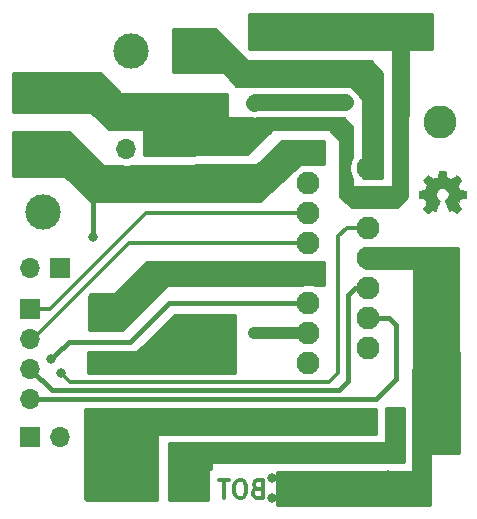
<source format=gbr>
G04 #@! TF.GenerationSoftware,KiCad,Pcbnew,5.1.5-52549c5~86~ubuntu16.04.1*
G04 #@! TF.CreationDate,2020-07-28T14:01:40+05:30*
G04 #@! TF.ProjectId,L298N_Motor_Driver_V1.0,4c323938-4e5f-44d6-9f74-6f725f447269,V1.0*
G04 #@! TF.SameCoordinates,Original*
G04 #@! TF.FileFunction,Copper,L2,Bot*
G04 #@! TF.FilePolarity,Positive*
%FSLAX46Y46*%
G04 Gerber Fmt 4.6, Leading zero omitted, Abs format (unit mm)*
G04 Created by KiCad (PCBNEW 5.1.5-52549c5~86~ubuntu16.04.1) date 2020-07-28 14:01:40*
%MOMM*%
%LPD*%
G04 APERTURE LIST*
%ADD10C,0.300000*%
%ADD11C,0.002540*%
%ADD12C,1.950000*%
%ADD13C,2.800000*%
%ADD14C,3.000000*%
%ADD15R,3.000000X3.000000*%
%ADD16O,1.700000X1.700000*%
%ADD17R,1.700000X1.700000*%
%ADD18C,0.800000*%
%ADD19C,0.400000*%
%ADD20C,1.400000*%
%ADD21C,1.000000*%
%ADD22C,0.900000*%
%ADD23C,0.254000*%
G04 APERTURE END LIST*
D10*
X140772200Y-111830657D02*
X140557914Y-111902085D01*
X140486485Y-111973514D01*
X140415057Y-112116371D01*
X140415057Y-112330657D01*
X140486485Y-112473514D01*
X140557914Y-112544942D01*
X140700771Y-112616371D01*
X141272200Y-112616371D01*
X141272200Y-111116371D01*
X140772200Y-111116371D01*
X140629342Y-111187800D01*
X140557914Y-111259228D01*
X140486485Y-111402085D01*
X140486485Y-111544942D01*
X140557914Y-111687800D01*
X140629342Y-111759228D01*
X140772200Y-111830657D01*
X141272200Y-111830657D01*
X139486485Y-111116371D02*
X139200771Y-111116371D01*
X139057914Y-111187800D01*
X138915057Y-111330657D01*
X138843628Y-111616371D01*
X138843628Y-112116371D01*
X138915057Y-112402085D01*
X139057914Y-112544942D01*
X139200771Y-112616371D01*
X139486485Y-112616371D01*
X139629342Y-112544942D01*
X139772200Y-112402085D01*
X139843628Y-112116371D01*
X139843628Y-111616371D01*
X139772200Y-111330657D01*
X139629342Y-111187800D01*
X139486485Y-111116371D01*
X138415057Y-111116371D02*
X137557914Y-111116371D01*
X137986485Y-112616371D02*
X137986485Y-111116371D01*
D11*
G36*
X155227020Y-88511380D02*
G01*
X155247340Y-88501220D01*
X155295600Y-88470740D01*
X155361640Y-88427560D01*
X155440380Y-88374220D01*
X155519120Y-88320880D01*
X155585160Y-88277700D01*
X155630880Y-88247220D01*
X155648660Y-88237060D01*
X155658820Y-88239600D01*
X155696920Y-88259920D01*
X155752800Y-88287860D01*
X155783280Y-88303100D01*
X155834080Y-88325960D01*
X155859480Y-88331040D01*
X155862020Y-88323420D01*
X155882340Y-88285320D01*
X155910280Y-88219280D01*
X155948380Y-88132920D01*
X155991560Y-88031320D01*
X156037280Y-87922100D01*
X156083000Y-87810340D01*
X156128720Y-87703660D01*
X156166820Y-87607140D01*
X156199840Y-87530940D01*
X156220160Y-87475060D01*
X156227780Y-87452200D01*
X156225240Y-87447120D01*
X156199840Y-87424260D01*
X156156660Y-87391240D01*
X156060140Y-87312500D01*
X155968700Y-87195660D01*
X155910280Y-87063580D01*
X155892500Y-86916260D01*
X155907740Y-86781640D01*
X155961080Y-86652100D01*
X156052520Y-86532720D01*
X156164280Y-86446360D01*
X156293820Y-86390480D01*
X156438600Y-86372700D01*
X156578300Y-86387940D01*
X156710380Y-86441280D01*
X156829760Y-86530180D01*
X156878020Y-86588600D01*
X156946600Y-86707980D01*
X156987240Y-86834980D01*
X156989780Y-86865460D01*
X156984700Y-87007700D01*
X156944060Y-87142320D01*
X156870400Y-87261700D01*
X156766260Y-87360760D01*
X156753560Y-87370920D01*
X156705300Y-87406480D01*
X156674820Y-87429340D01*
X156649420Y-87449660D01*
X156827220Y-87881460D01*
X156855160Y-87950040D01*
X156905960Y-88066880D01*
X156949140Y-88168480D01*
X156982160Y-88249760D01*
X157007560Y-88303100D01*
X157017720Y-88325960D01*
X157032960Y-88328500D01*
X157065980Y-88315800D01*
X157126940Y-88287860D01*
X157167580Y-88267540D01*
X157213300Y-88244680D01*
X157233620Y-88237060D01*
X157251400Y-88247220D01*
X157294580Y-88275160D01*
X157358080Y-88318340D01*
X157434280Y-88369140D01*
X157507940Y-88419940D01*
X157576520Y-88465660D01*
X157624780Y-88496140D01*
X157650180Y-88508840D01*
X157652720Y-88508840D01*
X157673040Y-88496140D01*
X157713680Y-88465660D01*
X157772100Y-88409780D01*
X157853380Y-88328500D01*
X157866080Y-88315800D01*
X157934660Y-88244680D01*
X157990540Y-88186260D01*
X158028640Y-88145620D01*
X158041340Y-88127840D01*
X158028640Y-88102440D01*
X157998160Y-88054180D01*
X157952440Y-87985600D01*
X157899100Y-87906860D01*
X157756860Y-87698580D01*
X157835600Y-87503000D01*
X157858460Y-87444580D01*
X157888940Y-87370920D01*
X157911800Y-87320120D01*
X157924500Y-87297260D01*
X157944820Y-87289640D01*
X157998160Y-87276940D01*
X158076900Y-87259160D01*
X158168340Y-87243920D01*
X158257240Y-87226140D01*
X158335980Y-87210900D01*
X158394400Y-87200740D01*
X158419800Y-87195660D01*
X158424880Y-87190580D01*
X158429960Y-87177880D01*
X158435040Y-87152480D01*
X158435040Y-87104220D01*
X158437580Y-87028020D01*
X158437580Y-86916260D01*
X158437580Y-86906100D01*
X158435040Y-86799420D01*
X158435040Y-86715600D01*
X158432500Y-86662260D01*
X158427420Y-86641940D01*
X158402020Y-86634320D01*
X158346140Y-86624160D01*
X158267400Y-86606380D01*
X158170880Y-86588600D01*
X158165800Y-86588600D01*
X158071820Y-86570820D01*
X157993080Y-86553040D01*
X157937200Y-86540340D01*
X157914340Y-86532720D01*
X157909260Y-86527640D01*
X157888940Y-86489540D01*
X157861000Y-86431120D01*
X157830520Y-86360000D01*
X157800040Y-86286340D01*
X157772100Y-86217760D01*
X157754320Y-86169500D01*
X157749240Y-86146640D01*
X157764480Y-86123780D01*
X157797500Y-86072980D01*
X157843220Y-86006940D01*
X157899100Y-85925660D01*
X157901640Y-85918040D01*
X157957520Y-85839300D01*
X158000700Y-85770720D01*
X158031180Y-85722460D01*
X158041340Y-85702140D01*
X158041340Y-85699600D01*
X158023560Y-85676740D01*
X157982920Y-85631020D01*
X157924500Y-85570060D01*
X157853380Y-85498940D01*
X157830520Y-85478620D01*
X157754320Y-85402420D01*
X157700980Y-85351620D01*
X157665420Y-85326220D01*
X157650180Y-85318600D01*
X157650180Y-85321140D01*
X157624780Y-85333840D01*
X157573980Y-85366860D01*
X157505400Y-85415120D01*
X157424120Y-85468460D01*
X157419040Y-85473540D01*
X157340300Y-85526880D01*
X157274260Y-85572600D01*
X157226000Y-85603080D01*
X157205680Y-85615780D01*
X157200600Y-85615780D01*
X157170120Y-85605620D01*
X157111700Y-85587840D01*
X157043120Y-85559900D01*
X156969460Y-85529420D01*
X156900880Y-85501480D01*
X156850080Y-85478620D01*
X156827220Y-85465920D01*
X156827220Y-85463380D01*
X156817060Y-85435440D01*
X156804360Y-85374480D01*
X156786580Y-85293200D01*
X156768800Y-85194140D01*
X156766260Y-85178900D01*
X156748480Y-85084920D01*
X156733240Y-85006180D01*
X156720540Y-84950300D01*
X156715460Y-84927440D01*
X156702760Y-84924900D01*
X156654500Y-84922360D01*
X156583380Y-84919820D01*
X156497020Y-84919820D01*
X156408120Y-84919820D01*
X156321760Y-84922360D01*
X156245560Y-84924900D01*
X156192220Y-84927440D01*
X156169360Y-84932520D01*
X156166820Y-84935060D01*
X156159200Y-84963000D01*
X156146500Y-85023960D01*
X156128720Y-85105240D01*
X156110940Y-85204300D01*
X156108400Y-85222080D01*
X156090620Y-85316060D01*
X156072840Y-85394800D01*
X156062680Y-85448140D01*
X156055060Y-85468460D01*
X156047440Y-85473540D01*
X156009340Y-85491320D01*
X155945840Y-85516720D01*
X155864560Y-85549740D01*
X155681680Y-85623400D01*
X155458160Y-85468460D01*
X155437840Y-85455760D01*
X155356560Y-85399880D01*
X155290520Y-85356700D01*
X155244800Y-85326220D01*
X155224480Y-85316060D01*
X155201620Y-85336380D01*
X155155900Y-85377020D01*
X155094940Y-85437980D01*
X155026360Y-85506560D01*
X154973020Y-85559900D01*
X154912060Y-85623400D01*
X154871420Y-85664040D01*
X154851100Y-85691980D01*
X154843480Y-85709760D01*
X154846020Y-85719920D01*
X154858720Y-85742780D01*
X154891740Y-85791040D01*
X154937460Y-85859620D01*
X154993340Y-85938360D01*
X155039060Y-86006940D01*
X155087320Y-86080600D01*
X155117800Y-86133940D01*
X155130500Y-86161880D01*
X155127960Y-86172040D01*
X155110180Y-86215220D01*
X155084780Y-86283800D01*
X155051760Y-86362540D01*
X154973020Y-86540340D01*
X154856180Y-86560660D01*
X154785060Y-86575900D01*
X154686000Y-86593680D01*
X154592020Y-86611460D01*
X154444700Y-86641940D01*
X154439620Y-87180420D01*
X154462480Y-87190580D01*
X154485340Y-87198200D01*
X154538680Y-87208360D01*
X154617420Y-87223600D01*
X154708860Y-87241380D01*
X154787600Y-87256620D01*
X154866340Y-87271860D01*
X154922220Y-87282020D01*
X154947620Y-87287100D01*
X154955240Y-87297260D01*
X154975560Y-87335360D01*
X155003500Y-87396320D01*
X155033980Y-87469980D01*
X155064460Y-87543640D01*
X155092400Y-87614760D01*
X155112720Y-87668100D01*
X155120340Y-87696040D01*
X155110180Y-87716360D01*
X155079700Y-87762080D01*
X155036520Y-87828120D01*
X154983180Y-87906860D01*
X154927300Y-87985600D01*
X154884120Y-88054180D01*
X154851100Y-88102440D01*
X154838400Y-88122760D01*
X154846020Y-88138000D01*
X154876500Y-88176100D01*
X154934920Y-88237060D01*
X155023820Y-88325960D01*
X155039060Y-88338660D01*
X155107640Y-88407240D01*
X155168600Y-88460580D01*
X155209240Y-88498680D01*
X155227020Y-88511380D01*
G37*
X155227020Y-88511380D02*
X155247340Y-88501220D01*
X155295600Y-88470740D01*
X155361640Y-88427560D01*
X155440380Y-88374220D01*
X155519120Y-88320880D01*
X155585160Y-88277700D01*
X155630880Y-88247220D01*
X155648660Y-88237060D01*
X155658820Y-88239600D01*
X155696920Y-88259920D01*
X155752800Y-88287860D01*
X155783280Y-88303100D01*
X155834080Y-88325960D01*
X155859480Y-88331040D01*
X155862020Y-88323420D01*
X155882340Y-88285320D01*
X155910280Y-88219280D01*
X155948380Y-88132920D01*
X155991560Y-88031320D01*
X156037280Y-87922100D01*
X156083000Y-87810340D01*
X156128720Y-87703660D01*
X156166820Y-87607140D01*
X156199840Y-87530940D01*
X156220160Y-87475060D01*
X156227780Y-87452200D01*
X156225240Y-87447120D01*
X156199840Y-87424260D01*
X156156660Y-87391240D01*
X156060140Y-87312500D01*
X155968700Y-87195660D01*
X155910280Y-87063580D01*
X155892500Y-86916260D01*
X155907740Y-86781640D01*
X155961080Y-86652100D01*
X156052520Y-86532720D01*
X156164280Y-86446360D01*
X156293820Y-86390480D01*
X156438600Y-86372700D01*
X156578300Y-86387940D01*
X156710380Y-86441280D01*
X156829760Y-86530180D01*
X156878020Y-86588600D01*
X156946600Y-86707980D01*
X156987240Y-86834980D01*
X156989780Y-86865460D01*
X156984700Y-87007700D01*
X156944060Y-87142320D01*
X156870400Y-87261700D01*
X156766260Y-87360760D01*
X156753560Y-87370920D01*
X156705300Y-87406480D01*
X156674820Y-87429340D01*
X156649420Y-87449660D01*
X156827220Y-87881460D01*
X156855160Y-87950040D01*
X156905960Y-88066880D01*
X156949140Y-88168480D01*
X156982160Y-88249760D01*
X157007560Y-88303100D01*
X157017720Y-88325960D01*
X157032960Y-88328500D01*
X157065980Y-88315800D01*
X157126940Y-88287860D01*
X157167580Y-88267540D01*
X157213300Y-88244680D01*
X157233620Y-88237060D01*
X157251400Y-88247220D01*
X157294580Y-88275160D01*
X157358080Y-88318340D01*
X157434280Y-88369140D01*
X157507940Y-88419940D01*
X157576520Y-88465660D01*
X157624780Y-88496140D01*
X157650180Y-88508840D01*
X157652720Y-88508840D01*
X157673040Y-88496140D01*
X157713680Y-88465660D01*
X157772100Y-88409780D01*
X157853380Y-88328500D01*
X157866080Y-88315800D01*
X157934660Y-88244680D01*
X157990540Y-88186260D01*
X158028640Y-88145620D01*
X158041340Y-88127840D01*
X158028640Y-88102440D01*
X157998160Y-88054180D01*
X157952440Y-87985600D01*
X157899100Y-87906860D01*
X157756860Y-87698580D01*
X157835600Y-87503000D01*
X157858460Y-87444580D01*
X157888940Y-87370920D01*
X157911800Y-87320120D01*
X157924500Y-87297260D01*
X157944820Y-87289640D01*
X157998160Y-87276940D01*
X158076900Y-87259160D01*
X158168340Y-87243920D01*
X158257240Y-87226140D01*
X158335980Y-87210900D01*
X158394400Y-87200740D01*
X158419800Y-87195660D01*
X158424880Y-87190580D01*
X158429960Y-87177880D01*
X158435040Y-87152480D01*
X158435040Y-87104220D01*
X158437580Y-87028020D01*
X158437580Y-86916260D01*
X158437580Y-86906100D01*
X158435040Y-86799420D01*
X158435040Y-86715600D01*
X158432500Y-86662260D01*
X158427420Y-86641940D01*
X158402020Y-86634320D01*
X158346140Y-86624160D01*
X158267400Y-86606380D01*
X158170880Y-86588600D01*
X158165800Y-86588600D01*
X158071820Y-86570820D01*
X157993080Y-86553040D01*
X157937200Y-86540340D01*
X157914340Y-86532720D01*
X157909260Y-86527640D01*
X157888940Y-86489540D01*
X157861000Y-86431120D01*
X157830520Y-86360000D01*
X157800040Y-86286340D01*
X157772100Y-86217760D01*
X157754320Y-86169500D01*
X157749240Y-86146640D01*
X157764480Y-86123780D01*
X157797500Y-86072980D01*
X157843220Y-86006940D01*
X157899100Y-85925660D01*
X157901640Y-85918040D01*
X157957520Y-85839300D01*
X158000700Y-85770720D01*
X158031180Y-85722460D01*
X158041340Y-85702140D01*
X158041340Y-85699600D01*
X158023560Y-85676740D01*
X157982920Y-85631020D01*
X157924500Y-85570060D01*
X157853380Y-85498940D01*
X157830520Y-85478620D01*
X157754320Y-85402420D01*
X157700980Y-85351620D01*
X157665420Y-85326220D01*
X157650180Y-85318600D01*
X157650180Y-85321140D01*
X157624780Y-85333840D01*
X157573980Y-85366860D01*
X157505400Y-85415120D01*
X157424120Y-85468460D01*
X157419040Y-85473540D01*
X157340300Y-85526880D01*
X157274260Y-85572600D01*
X157226000Y-85603080D01*
X157205680Y-85615780D01*
X157200600Y-85615780D01*
X157170120Y-85605620D01*
X157111700Y-85587840D01*
X157043120Y-85559900D01*
X156969460Y-85529420D01*
X156900880Y-85501480D01*
X156850080Y-85478620D01*
X156827220Y-85465920D01*
X156827220Y-85463380D01*
X156817060Y-85435440D01*
X156804360Y-85374480D01*
X156786580Y-85293200D01*
X156768800Y-85194140D01*
X156766260Y-85178900D01*
X156748480Y-85084920D01*
X156733240Y-85006180D01*
X156720540Y-84950300D01*
X156715460Y-84927440D01*
X156702760Y-84924900D01*
X156654500Y-84922360D01*
X156583380Y-84919820D01*
X156497020Y-84919820D01*
X156408120Y-84919820D01*
X156321760Y-84922360D01*
X156245560Y-84924900D01*
X156192220Y-84927440D01*
X156169360Y-84932520D01*
X156166820Y-84935060D01*
X156159200Y-84963000D01*
X156146500Y-85023960D01*
X156128720Y-85105240D01*
X156110940Y-85204300D01*
X156108400Y-85222080D01*
X156090620Y-85316060D01*
X156072840Y-85394800D01*
X156062680Y-85448140D01*
X156055060Y-85468460D01*
X156047440Y-85473540D01*
X156009340Y-85491320D01*
X155945840Y-85516720D01*
X155864560Y-85549740D01*
X155681680Y-85623400D01*
X155458160Y-85468460D01*
X155437840Y-85455760D01*
X155356560Y-85399880D01*
X155290520Y-85356700D01*
X155244800Y-85326220D01*
X155224480Y-85316060D01*
X155201620Y-85336380D01*
X155155900Y-85377020D01*
X155094940Y-85437980D01*
X155026360Y-85506560D01*
X154973020Y-85559900D01*
X154912060Y-85623400D01*
X154871420Y-85664040D01*
X154851100Y-85691980D01*
X154843480Y-85709760D01*
X154846020Y-85719920D01*
X154858720Y-85742780D01*
X154891740Y-85791040D01*
X154937460Y-85859620D01*
X154993340Y-85938360D01*
X155039060Y-86006940D01*
X155087320Y-86080600D01*
X155117800Y-86133940D01*
X155130500Y-86161880D01*
X155127960Y-86172040D01*
X155110180Y-86215220D01*
X155084780Y-86283800D01*
X155051760Y-86362540D01*
X154973020Y-86540340D01*
X154856180Y-86560660D01*
X154785060Y-86575900D01*
X154686000Y-86593680D01*
X154592020Y-86611460D01*
X154444700Y-86641940D01*
X154439620Y-87180420D01*
X154462480Y-87190580D01*
X154485340Y-87198200D01*
X154538680Y-87208360D01*
X154617420Y-87223600D01*
X154708860Y-87241380D01*
X154787600Y-87256620D01*
X154866340Y-87271860D01*
X154922220Y-87282020D01*
X154947620Y-87287100D01*
X154955240Y-87297260D01*
X154975560Y-87335360D01*
X155003500Y-87396320D01*
X155033980Y-87469980D01*
X155064460Y-87543640D01*
X155092400Y-87614760D01*
X155112720Y-87668100D01*
X155120340Y-87696040D01*
X155110180Y-87716360D01*
X155079700Y-87762080D01*
X155036520Y-87828120D01*
X154983180Y-87906860D01*
X154927300Y-87985600D01*
X154884120Y-88054180D01*
X154851100Y-88102440D01*
X154838400Y-88122760D01*
X154846020Y-88138000D01*
X154876500Y-88176100D01*
X154934920Y-88237060D01*
X155023820Y-88325960D01*
X155039060Y-88338660D01*
X155107640Y-88407240D01*
X155168600Y-88460580D01*
X155209240Y-88498680D01*
X155227020Y-88511380D01*
D12*
X145084800Y-101168200D03*
X150164800Y-99898200D03*
X145084800Y-98628200D03*
X150164800Y-97358200D03*
X145084800Y-96088200D03*
X150164800Y-94818200D03*
X145084800Y-93548200D03*
X150164800Y-92278200D03*
X145084800Y-91008200D03*
X150164800Y-89738200D03*
X145084800Y-88468200D03*
X150164800Y-87198200D03*
X145084800Y-85928200D03*
X150164800Y-84658200D03*
X145084800Y-83388200D03*
D13*
X156231600Y-80803600D03*
X156231600Y-103803600D03*
D14*
X130124200Y-74777600D03*
D15*
X135204200Y-74777600D03*
D16*
X129692400Y-83083400D03*
D17*
X129692400Y-80543400D03*
D14*
X122656600Y-88442800D03*
X122656600Y-83362800D03*
D15*
X122656600Y-78282800D03*
D16*
X124104400Y-107492800D03*
D17*
X121564400Y-107492800D03*
D14*
X135026400Y-109982000D03*
D15*
X129946400Y-109982000D03*
D16*
X121564400Y-93192600D03*
D17*
X124104400Y-93192600D03*
D16*
X121539000Y-104216200D03*
X121539000Y-101676200D03*
X121539000Y-99136200D03*
D17*
X121539000Y-96596200D03*
D18*
X126898400Y-101193600D03*
X138125200Y-100304600D03*
X136652000Y-100330000D03*
X135026400Y-100330000D03*
X133654800Y-100304600D03*
X138150600Y-98958400D03*
X136601200Y-98907600D03*
X135051800Y-98933000D03*
X133654800Y-98933000D03*
X135991600Y-86537800D03*
X135153400Y-86588600D03*
X136042400Y-85648800D03*
X135153400Y-85674200D03*
X152120600Y-112826800D03*
X153289000Y-112801400D03*
X153339800Y-110744000D03*
X151866600Y-110667800D03*
X148691600Y-112776000D03*
X150190200Y-112826800D03*
X149987000Y-110744000D03*
X148742400Y-110820200D03*
X145719800Y-112826800D03*
X146710400Y-112725200D03*
X146862800Y-110794800D03*
X145745200Y-110769400D03*
X143154400Y-110820200D03*
X142062200Y-110896400D03*
X143230600Y-112725200D03*
X142062200Y-112623600D03*
X126847600Y-90500200D03*
X128219200Y-101193600D03*
X129667000Y-101193600D03*
X131445000Y-101117400D03*
X132461000Y-99847400D03*
X132029200Y-85826600D03*
X133375400Y-85852000D03*
X132029200Y-87147400D03*
X133375400Y-87147400D03*
X124180600Y-102082600D03*
X126873000Y-98018600D03*
X127228600Y-96494600D03*
X126847600Y-97155000D03*
X127660400Y-98044000D03*
X127635000Y-97155000D03*
X152476200Y-108635800D03*
X152434800Y-107635800D03*
X152425400Y-106705400D03*
X149809200Y-106857800D03*
X148844000Y-106883200D03*
X140538198Y-79171800D03*
X148209000Y-79121000D03*
X140538200Y-105689400D03*
X140538200Y-98628200D03*
X148844000Y-105943400D03*
X149783800Y-105968800D03*
X140563600Y-106756200D03*
X123329370Y-100876190D03*
X136144000Y-82880200D03*
X135204200Y-82880200D03*
X136144000Y-82067400D03*
X135229600Y-82067400D03*
X136118600Y-81229200D03*
X136118600Y-80365600D03*
X135204200Y-81178400D03*
X151434800Y-74091800D03*
X152857200Y-73964800D03*
X152730200Y-72161400D03*
X151460200Y-72136000D03*
X149428200Y-73990200D03*
X148234400Y-73939400D03*
X149402800Y-72110600D03*
X148234400Y-72161400D03*
X144983200Y-73990200D03*
X146151600Y-73939400D03*
X146151600Y-72136000D03*
X144983200Y-72136000D03*
X141681200Y-74041000D03*
X142925800Y-73990200D03*
X142951200Y-72059800D03*
X141630400Y-72085200D03*
X135255000Y-80340200D03*
D19*
X126847600Y-90500200D02*
X126847600Y-85826600D01*
X125755400Y-85826600D02*
X123291600Y-83362800D01*
X126847600Y-85826600D02*
X125755400Y-85826600D01*
X121539000Y-104216200D02*
X150850600Y-104216200D01*
X151899258Y-97361400D02*
X152527000Y-97989142D01*
X150520400Y-97361400D02*
X151899258Y-97361400D01*
X152527000Y-102539800D02*
X150850600Y-104216200D01*
X152527000Y-97989142D02*
X152527000Y-102539800D01*
X149069400Y-94821400D02*
X150520400Y-94821400D01*
X148488400Y-95402400D02*
X149069400Y-94821400D01*
X148488400Y-102743000D02*
X148488400Y-95402400D01*
X147726400Y-103505000D02*
X148488400Y-102743000D01*
X123367800Y-103505000D02*
X147726400Y-103505000D01*
X121539000Y-101676200D02*
X123367800Y-103505000D01*
D10*
X144061542Y-91011400D02*
X145440400Y-91011400D01*
X129943200Y-91011400D02*
X144061542Y-91011400D01*
X121818400Y-99136200D02*
X129943200Y-91011400D01*
X121539000Y-99136200D02*
X121818400Y-99136200D01*
X144061542Y-88471400D02*
X145440400Y-88471400D01*
X131365600Y-88471400D02*
X144061542Y-88471400D01*
X123240800Y-96596200D02*
X131365600Y-88471400D01*
X121539000Y-96596200D02*
X123240800Y-96596200D01*
X124180600Y-102082600D02*
X124891800Y-102793800D01*
X124891800Y-102793800D02*
X146862800Y-102793800D01*
X146862800Y-102793800D02*
X147650200Y-102006400D01*
X147650200Y-102006400D02*
X147650200Y-90449400D01*
X148358200Y-89741400D02*
X150520400Y-89741400D01*
X147650200Y-90449400D02*
X148358200Y-89741400D01*
D20*
X148209000Y-79121000D02*
X140588998Y-79121000D01*
X140588998Y-79121000D02*
X140538198Y-79171800D01*
D21*
X145437200Y-98628200D02*
X145440400Y-98631400D01*
X140538200Y-98628200D02*
X145437200Y-98628200D01*
D19*
X123729369Y-100476191D02*
X123329370Y-100876190D01*
X124815360Y-99390200D02*
X123729369Y-100476191D01*
X129971800Y-99390200D02*
X124815360Y-99390200D01*
X133270600Y-96091400D02*
X129971800Y-99390200D01*
X145440400Y-96091400D02*
X133270600Y-96091400D01*
D22*
X150520400Y-87201400D02*
X151965000Y-87201400D01*
X152857200Y-86309200D02*
X152857200Y-73964800D01*
X151965000Y-87201400D02*
X152857200Y-86309200D01*
D23*
G36*
X155600400Y-74599800D02*
G01*
X140081000Y-74599800D01*
X140081000Y-71653400D01*
X155600400Y-71653400D01*
X155600400Y-74599800D01*
G37*
X155600400Y-74599800D02*
X140081000Y-74599800D01*
X140081000Y-71653400D01*
X155600400Y-71653400D01*
X155600400Y-74599800D01*
G36*
X157835417Y-108839000D02*
G01*
X155575000Y-108839000D01*
X155550224Y-108841440D01*
X155526399Y-108848667D01*
X155504443Y-108860403D01*
X155485197Y-108876197D01*
X155469403Y-108895443D01*
X155457667Y-108917399D01*
X155450440Y-108941224D01*
X155448000Y-108966000D01*
X155448000Y-113231400D01*
X142414343Y-113231400D01*
X142414343Y-110413800D01*
X153873200Y-110413800D01*
X153897976Y-110411360D01*
X153921801Y-110404133D01*
X153943757Y-110392397D01*
X153963003Y-110376603D01*
X153978797Y-110357357D01*
X153990533Y-110335401D01*
X153997760Y-110311576D01*
X154000200Y-110286989D01*
X154025600Y-93243589D01*
X154023197Y-93218809D01*
X154016005Y-93194974D01*
X154004302Y-93173000D01*
X153988536Y-93153731D01*
X153969315Y-93137909D01*
X153947376Y-93126140D01*
X153923562Y-93118877D01*
X153898600Y-93116400D01*
X149885400Y-93116400D01*
X149885400Y-91465400D01*
X157810383Y-91465400D01*
X157835417Y-108839000D01*
G37*
X157835417Y-108839000D02*
X155575000Y-108839000D01*
X155550224Y-108841440D01*
X155526399Y-108848667D01*
X155504443Y-108860403D01*
X155485197Y-108876197D01*
X155469403Y-108895443D01*
X155457667Y-108917399D01*
X155450440Y-108941224D01*
X155448000Y-108966000D01*
X155448000Y-113231400D01*
X142414343Y-113231400D01*
X142414343Y-110413800D01*
X153873200Y-110413800D01*
X153897976Y-110411360D01*
X153921801Y-110404133D01*
X153943757Y-110392397D01*
X153963003Y-110376603D01*
X153978797Y-110357357D01*
X153990533Y-110335401D01*
X153997760Y-110311576D01*
X154000200Y-110286989D01*
X154025600Y-93243589D01*
X154023197Y-93218809D01*
X154016005Y-93194974D01*
X154004302Y-93173000D01*
X153988536Y-93153731D01*
X153969315Y-93137909D01*
X153947376Y-93126140D01*
X153923562Y-93118877D01*
X153898600Y-93116400D01*
X149885400Y-93116400D01*
X149885400Y-91465400D01*
X157810383Y-91465400D01*
X157835417Y-108839000D01*
G36*
X153189104Y-107975321D02*
G01*
X153211070Y-109600799D01*
X137007798Y-109575600D01*
X136983017Y-109578002D01*
X136959182Y-109585192D01*
X136937207Y-109596894D01*
X136917937Y-109612658D01*
X136902113Y-109631878D01*
X136890343Y-109653817D01*
X136883079Y-109677630D01*
X136880604Y-109703604D01*
X136884114Y-110147800D01*
X136630057Y-110147800D01*
X136630057Y-112791020D01*
X133350000Y-112801013D01*
X133350000Y-107962780D01*
X153189104Y-107975321D01*
G37*
X153189104Y-107975321D02*
X153211070Y-109600799D01*
X137007798Y-109575600D01*
X136983017Y-109578002D01*
X136959182Y-109585192D01*
X136937207Y-109596894D01*
X136917937Y-109612658D01*
X136902113Y-109631878D01*
X136890343Y-109653817D01*
X136883079Y-109677630D01*
X136880604Y-109703604D01*
X136884114Y-110147800D01*
X136630057Y-110147800D01*
X136630057Y-112791020D01*
X133350000Y-112801013D01*
X133350000Y-107962780D01*
X153189104Y-107975321D01*
G36*
X150825200Y-105052738D02*
G01*
X150825200Y-107238657D01*
X132461143Y-107217995D01*
X132436364Y-107220407D01*
X132412531Y-107227608D01*
X132390561Y-107239319D01*
X132371299Y-107255091D01*
X132355483Y-107274319D01*
X132343722Y-107296262D01*
X132336468Y-107320078D01*
X132334000Y-107344995D01*
X132334000Y-112797406D01*
X126263400Y-112826196D01*
X126263400Y-112776000D01*
X126260960Y-112751224D01*
X126253733Y-112727399D01*
X126241997Y-112705443D01*
X126238000Y-112700572D01*
X126238000Y-105051200D01*
X150809582Y-105051200D01*
X150825200Y-105052738D01*
G37*
X150825200Y-105052738D02*
X150825200Y-107238657D01*
X132461143Y-107217995D01*
X132436364Y-107220407D01*
X132412531Y-107227608D01*
X132390561Y-107239319D01*
X132371299Y-107255091D01*
X132355483Y-107274319D01*
X132343722Y-107296262D01*
X132336468Y-107320078D01*
X132334000Y-107344995D01*
X132334000Y-112797406D01*
X126263400Y-112826196D01*
X126263400Y-112776000D01*
X126260960Y-112751224D01*
X126253733Y-112727399D01*
X126241997Y-112705443D01*
X126238000Y-112700572D01*
X126238000Y-105051200D01*
X150809582Y-105051200D01*
X150825200Y-105052738D01*
G36*
X153497705Y-87102155D02*
G01*
X152597376Y-87976760D01*
X148836795Y-87960388D01*
X147802600Y-87161238D01*
X147802600Y-81534000D01*
X147800160Y-81509224D01*
X147792933Y-81485399D01*
X147781197Y-81463443D01*
X147765403Y-81444197D01*
X147746157Y-81428403D01*
X147724201Y-81416667D01*
X147700376Y-81409440D01*
X147675600Y-81407000D01*
X128195606Y-81407000D01*
X126810403Y-80021797D01*
X126791157Y-80006003D01*
X126769201Y-79994267D01*
X126745376Y-79987040D01*
X126720600Y-79984600D01*
X120091200Y-79984600D01*
X120091200Y-76657200D01*
X127429994Y-76657200D01*
X129145397Y-78372603D01*
X129164643Y-78388397D01*
X129186599Y-78400133D01*
X129210424Y-78407360D01*
X129235200Y-78409800D01*
X138201400Y-78409800D01*
X138201400Y-80365600D01*
X138203840Y-80390376D01*
X138211067Y-80414201D01*
X138222803Y-80436157D01*
X138238597Y-80455403D01*
X138257843Y-80471197D01*
X138279799Y-80482933D01*
X138303624Y-80490160D01*
X138328400Y-80492600D01*
X140328446Y-80492600D01*
X140538198Y-80513259D01*
X140747950Y-80492600D01*
X148156394Y-80492600D01*
X148844000Y-81180206D01*
X148844000Y-83736994D01*
X148738037Y-83895579D01*
X148616671Y-84188580D01*
X148554800Y-84499629D01*
X148554800Y-84816771D01*
X148616671Y-85127820D01*
X148738037Y-85420821D01*
X148844000Y-85579406D01*
X148844000Y-86156800D01*
X148846440Y-86181576D01*
X148853667Y-86205401D01*
X148865403Y-86227357D01*
X148881197Y-86246603D01*
X148900443Y-86262397D01*
X148922399Y-86274133D01*
X148946224Y-86281360D01*
X148971000Y-86283800D01*
X152171400Y-86283800D01*
X152196176Y-86281360D01*
X152220001Y-86274133D01*
X152241957Y-86262397D01*
X152261203Y-86246603D01*
X152276997Y-86227357D01*
X152288733Y-86205401D01*
X152295960Y-86181576D01*
X152298400Y-86156545D01*
X152273255Y-73609200D01*
X153542577Y-73609200D01*
X153497705Y-87102155D01*
G37*
X153497705Y-87102155D02*
X152597376Y-87976760D01*
X148836795Y-87960388D01*
X147802600Y-87161238D01*
X147802600Y-81534000D01*
X147800160Y-81509224D01*
X147792933Y-81485399D01*
X147781197Y-81463443D01*
X147765403Y-81444197D01*
X147746157Y-81428403D01*
X147724201Y-81416667D01*
X147700376Y-81409440D01*
X147675600Y-81407000D01*
X128195606Y-81407000D01*
X126810403Y-80021797D01*
X126791157Y-80006003D01*
X126769201Y-79994267D01*
X126745376Y-79987040D01*
X126720600Y-79984600D01*
X120091200Y-79984600D01*
X120091200Y-76657200D01*
X127429994Y-76657200D01*
X129145397Y-78372603D01*
X129164643Y-78388397D01*
X129186599Y-78400133D01*
X129210424Y-78407360D01*
X129235200Y-78409800D01*
X138201400Y-78409800D01*
X138201400Y-80365600D01*
X138203840Y-80390376D01*
X138211067Y-80414201D01*
X138222803Y-80436157D01*
X138238597Y-80455403D01*
X138257843Y-80471197D01*
X138279799Y-80482933D01*
X138303624Y-80490160D01*
X138328400Y-80492600D01*
X140328446Y-80492600D01*
X140538198Y-80513259D01*
X140747950Y-80492600D01*
X148156394Y-80492600D01*
X148844000Y-81180206D01*
X148844000Y-83736994D01*
X148738037Y-83895579D01*
X148616671Y-84188580D01*
X148554800Y-84499629D01*
X148554800Y-84816771D01*
X148616671Y-85127820D01*
X148738037Y-85420821D01*
X148844000Y-85579406D01*
X148844000Y-86156800D01*
X148846440Y-86181576D01*
X148853667Y-86205401D01*
X148865403Y-86227357D01*
X148881197Y-86246603D01*
X148900443Y-86262397D01*
X148922399Y-86274133D01*
X148946224Y-86281360D01*
X148971000Y-86283800D01*
X152171400Y-86283800D01*
X152196176Y-86281360D01*
X152220001Y-86274133D01*
X152241957Y-86262397D01*
X152261203Y-86246603D01*
X152276997Y-86227357D01*
X152288733Y-86205401D01*
X152295960Y-86181576D01*
X152298400Y-86156545D01*
X152273255Y-73609200D01*
X153542577Y-73609200D01*
X153497705Y-87102155D01*
G36*
X127672197Y-84468603D02*
G01*
X127691443Y-84484397D01*
X127713399Y-84496133D01*
X127737224Y-84503360D01*
X127762468Y-84505799D01*
X129232795Y-84500377D01*
X129259242Y-84511332D01*
X129546140Y-84568400D01*
X129838660Y-84568400D01*
X130125558Y-84511332D01*
X130160261Y-84496957D01*
X140713424Y-84458044D01*
X140738192Y-84455513D01*
X140761989Y-84448198D01*
X140783902Y-84436381D01*
X140802775Y-84420831D01*
X142852058Y-82370790D01*
X146430622Y-82385443D01*
X146431378Y-84338776D01*
X145308614Y-84331178D01*
X145243371Y-84318200D01*
X144926229Y-84318200D01*
X144875714Y-84328248D01*
X144505139Y-84325740D01*
X144480347Y-84328012D01*
X144456474Y-84335078D01*
X144434439Y-84346665D01*
X144418767Y-84358841D01*
X144096938Y-84651937D01*
X144058485Y-84677631D01*
X143954017Y-84782099D01*
X141016476Y-87457382D01*
X126735283Y-87462456D01*
X124521653Y-85378529D01*
X124501940Y-85363323D01*
X124479639Y-85352255D01*
X124455608Y-85345750D01*
X124434600Y-85344000D01*
X120091200Y-85344000D01*
X120091200Y-81610200D01*
X124813794Y-81610200D01*
X127672197Y-84468603D01*
G37*
X127672197Y-84468603D02*
X127691443Y-84484397D01*
X127713399Y-84496133D01*
X127737224Y-84503360D01*
X127762468Y-84505799D01*
X129232795Y-84500377D01*
X129259242Y-84511332D01*
X129546140Y-84568400D01*
X129838660Y-84568400D01*
X130125558Y-84511332D01*
X130160261Y-84496957D01*
X140713424Y-84458044D01*
X140738192Y-84455513D01*
X140761989Y-84448198D01*
X140783902Y-84436381D01*
X140802775Y-84420831D01*
X142852058Y-82370790D01*
X146430622Y-82385443D01*
X146431378Y-84338776D01*
X145308614Y-84331178D01*
X145243371Y-84318200D01*
X144926229Y-84318200D01*
X144875714Y-84328248D01*
X144505139Y-84325740D01*
X144480347Y-84328012D01*
X144456474Y-84335078D01*
X144434439Y-84346665D01*
X144418767Y-84358841D01*
X144096938Y-84651937D01*
X144058485Y-84677631D01*
X143954017Y-84782099D01*
X141016476Y-87457382D01*
X126735283Y-87462456D01*
X124521653Y-85378529D01*
X124501940Y-85363323D01*
X124479639Y-85352255D01*
X124455608Y-85345750D01*
X124434600Y-85344000D01*
X120091200Y-85344000D01*
X120091200Y-81610200D01*
X124813794Y-81610200D01*
X127672197Y-84468603D01*
G36*
X137322298Y-72976875D02*
G01*
X139937870Y-75626872D01*
X139957012Y-75642791D01*
X139978891Y-75654670D01*
X140002668Y-75662053D01*
X140028234Y-75664658D01*
X150417021Y-75666590D01*
X151358600Y-76607255D01*
X151358600Y-85526371D01*
X149733000Y-85572909D01*
X149733000Y-78939204D01*
X149730560Y-78914428D01*
X149723333Y-78890603D01*
X149711597Y-78868647D01*
X149701139Y-78855076D01*
X149396388Y-78510438D01*
X149324382Y-78375725D01*
X149157555Y-78172445D01*
X148954275Y-78005618D01*
X148946156Y-78001278D01*
X148761339Y-77792272D01*
X148743098Y-77775328D01*
X148721903Y-77762268D01*
X148698566Y-77753594D01*
X148666200Y-77749400D01*
X138995865Y-77749400D01*
X138017835Y-76624665D01*
X137999736Y-76607570D01*
X137978649Y-76594334D01*
X137955386Y-76585467D01*
X137922000Y-76581000D01*
X133629400Y-76581000D01*
X133629400Y-72948800D01*
X137219214Y-72948800D01*
X137322298Y-72976875D01*
G37*
X137322298Y-72976875D02*
X139937870Y-75626872D01*
X139957012Y-75642791D01*
X139978891Y-75654670D01*
X140002668Y-75662053D01*
X140028234Y-75664658D01*
X150417021Y-75666590D01*
X151358600Y-76607255D01*
X151358600Y-85526371D01*
X149733000Y-85572909D01*
X149733000Y-78939204D01*
X149730560Y-78914428D01*
X149723333Y-78890603D01*
X149711597Y-78868647D01*
X149701139Y-78855076D01*
X149396388Y-78510438D01*
X149324382Y-78375725D01*
X149157555Y-78172445D01*
X148954275Y-78005618D01*
X148946156Y-78001278D01*
X148761339Y-77792272D01*
X148743098Y-77775328D01*
X148721903Y-77762268D01*
X148698566Y-77753594D01*
X148666200Y-77749400D01*
X138995865Y-77749400D01*
X138017835Y-76624665D01*
X137999736Y-76607570D01*
X137978649Y-76594334D01*
X137955386Y-76585467D01*
X137922000Y-76581000D01*
X133629400Y-76581000D01*
X133629400Y-72948800D01*
X137219214Y-72948800D01*
X137322298Y-72976875D01*
G36*
X146456400Y-94564200D02*
G01*
X145612672Y-94564200D01*
X145554420Y-94540071D01*
X145243371Y-94478200D01*
X144926229Y-94478200D01*
X144615180Y-94540071D01*
X144556928Y-94564200D01*
X133223000Y-94564200D01*
X133198224Y-94566640D01*
X133174399Y-94573867D01*
X133152443Y-94585603D01*
X133133197Y-94601397D01*
X129334994Y-98399600D01*
X126568200Y-98399600D01*
X126568200Y-95496558D01*
X126687758Y-95377000D01*
X128632595Y-95377000D01*
X128657371Y-95374560D01*
X128681196Y-95367333D01*
X128703152Y-95355597D01*
X128722097Y-95340102D01*
X131446556Y-92633800D01*
X146456400Y-92633800D01*
X146456400Y-94564200D01*
G37*
X146456400Y-94564200D02*
X145612672Y-94564200D01*
X145554420Y-94540071D01*
X145243371Y-94478200D01*
X144926229Y-94478200D01*
X144615180Y-94540071D01*
X144556928Y-94564200D01*
X133223000Y-94564200D01*
X133198224Y-94566640D01*
X133174399Y-94573867D01*
X133152443Y-94585603D01*
X133133197Y-94601397D01*
X129334994Y-98399600D01*
X126568200Y-98399600D01*
X126568200Y-95496558D01*
X126687758Y-95377000D01*
X128632595Y-95377000D01*
X128657371Y-95374560D01*
X128681196Y-95367333D01*
X128703152Y-95355597D01*
X128722097Y-95340102D01*
X131446556Y-92633800D01*
X146456400Y-92633800D01*
X146456400Y-94564200D01*
G36*
X138861800Y-102008800D02*
G01*
X126415800Y-102008800D01*
X126415800Y-100228400D01*
X129963272Y-100228400D01*
X129971800Y-100229240D01*
X129980328Y-100228400D01*
X130606800Y-100228400D01*
X130631576Y-100225960D01*
X130655401Y-100218733D01*
X130677357Y-100206997D01*
X130696603Y-100191203D01*
X133783606Y-97104200D01*
X138861800Y-97104200D01*
X138861800Y-102008800D01*
G37*
X138861800Y-102008800D02*
X126415800Y-102008800D01*
X126415800Y-100228400D01*
X129963272Y-100228400D01*
X129971800Y-100229240D01*
X129980328Y-100228400D01*
X130606800Y-100228400D01*
X130631576Y-100225960D01*
X130655401Y-100218733D01*
X130677357Y-100206997D01*
X130696603Y-100191203D01*
X133783606Y-97104200D01*
X138861800Y-97104200D01*
X138861800Y-102008800D01*
G36*
X139952118Y-83540676D02*
G01*
X131165600Y-83553399D01*
X131165600Y-83288982D01*
X131177400Y-83229660D01*
X131177400Y-82937140D01*
X131165600Y-82877818D01*
X131165600Y-81546278D01*
X141958454Y-81534340D01*
X139952118Y-83540676D01*
G37*
X139952118Y-83540676D02*
X131165600Y-83553399D01*
X131165600Y-83288982D01*
X131177400Y-83229660D01*
X131177400Y-82937140D01*
X131165600Y-82877818D01*
X131165600Y-81546278D01*
X141958454Y-81534340D01*
X139952118Y-83540676D01*
G36*
X153238200Y-109524800D02*
G01*
X151663400Y-109524800D01*
X151663400Y-105003600D01*
X153238200Y-105003600D01*
X153238200Y-109524800D01*
G37*
X153238200Y-109524800D02*
X151663400Y-109524800D01*
X151663400Y-105003600D01*
X153238200Y-105003600D01*
X153238200Y-109524800D01*
G36*
X147675600Y-82268794D02*
G01*
X146915406Y-81508600D01*
X147675600Y-81508600D01*
X147675600Y-82268794D01*
G37*
X147675600Y-82268794D02*
X146915406Y-81508600D01*
X147675600Y-81508600D01*
X147675600Y-82268794D01*
M02*

</source>
